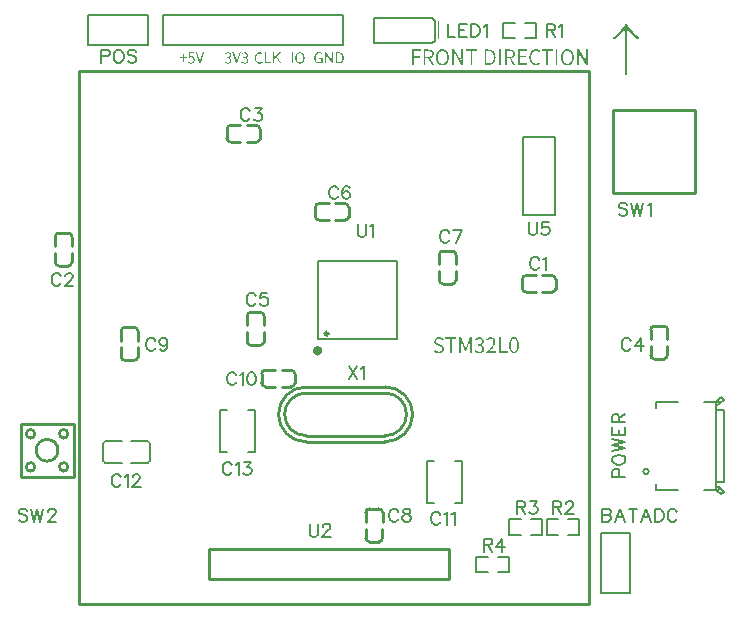
<source format=gto>
G04 Layer: TopSilkscreenLayer*
G04 EasyEDA v6.5.28, 2023-05-12 23:13:51*
G04 2c4de912aade46c3ae8d467baab15760,9779bb66b829476cac46641fb3e7303a,10*
G04 Gerber Generator version 0.2*
G04 Scale: 100 percent, Rotated: No, Reflected: No *
G04 Dimensions in inches *
G04 leading zeros omitted , absolute positions ,3 integer and 6 decimal *
%FSLAX36Y36*%
%MOIN*%

%ADD10C,0.0060*%
%ADD11C,0.0100*%
%ADD12C,0.0079*%
%ADD13C,0.0080*%
%ADD14C,0.0102*%
%ADD15C,0.0079*%
%ADD16C,0.0080*%
%ADD17C,0.0059*%
%ADD18C,0.0157*%
%ADD19C,0.0155*%

%LPD*%
G36*
X2345000Y2725700D02*
G01*
X2342560Y2721960D01*
X2339940Y2718180D01*
X2337160Y2714380D01*
X2334240Y2710580D01*
X2329620Y2704880D01*
X2326380Y2701139D01*
X2321320Y2695640D01*
X2317820Y2692060D01*
X2314260Y2688600D01*
X2310620Y2685240D01*
X2306920Y2682040D01*
X2303180Y2678980D01*
X2299400Y2676100D01*
X2304700Y2669500D01*
X2308700Y2672540D01*
X2312660Y2675779D01*
X2316600Y2679220D01*
X2320480Y2682820D01*
X2324260Y2686520D01*
X2327900Y2690280D01*
X2331420Y2694100D01*
X2334760Y2697919D01*
X2337880Y2701700D01*
X2340800Y2705400D01*
X2340800Y2549800D01*
X2349200Y2549800D01*
X2349200Y2705400D01*
X2352100Y2701700D01*
X2355220Y2697940D01*
X2358540Y2694140D01*
X2362040Y2690340D01*
X2365680Y2686580D01*
X2369440Y2682900D01*
X2373300Y2679320D01*
X2377260Y2675860D01*
X2381260Y2672580D01*
X2385300Y2669500D01*
X2390600Y2676100D01*
X2386820Y2678980D01*
X2383080Y2682040D01*
X2379380Y2685240D01*
X2375740Y2688600D01*
X2372180Y2692060D01*
X2368680Y2695640D01*
X2363620Y2701139D01*
X2360380Y2704880D01*
X2355760Y2710580D01*
X2352840Y2714380D01*
X2350060Y2718180D01*
X2347440Y2721960D01*
G37*
G36*
X888000Y2626600D02*
G01*
X886800Y2609600D01*
X889000Y2608200D01*
X890500Y2609140D01*
X891940Y2609820D01*
X893480Y2610260D01*
X895200Y2610400D01*
X898460Y2609820D01*
X900960Y2608120D01*
X902540Y2605419D01*
X903100Y2601800D01*
X902460Y2598039D01*
X900720Y2595200D01*
X898160Y2593420D01*
X895100Y2592799D01*
X892099Y2593140D01*
X889640Y2594020D01*
X887600Y2595340D01*
X885900Y2596900D01*
X883900Y2594200D01*
X885900Y2592420D01*
X888420Y2590860D01*
X891540Y2589720D01*
X895400Y2589300D01*
X897620Y2589520D01*
X899780Y2590140D01*
X901780Y2591180D01*
X903560Y2592580D01*
X905040Y2594380D01*
X906200Y2596520D01*
X906940Y2599000D01*
X907200Y2601800D01*
X906979Y2604640D01*
X906340Y2607060D01*
X905340Y2609100D01*
X904000Y2610740D01*
X902380Y2612000D01*
X900540Y2612900D01*
X898500Y2613420D01*
X896300Y2613600D01*
X894620Y2613500D01*
X893160Y2613180D01*
X891820Y2612679D01*
X890600Y2612000D01*
X891500Y2623100D01*
X905500Y2623100D01*
X905500Y2626600D01*
G37*
G36*
X910000Y2626600D02*
G01*
X921800Y2590000D01*
X926500Y2590000D01*
X938199Y2626600D01*
X934000Y2626600D01*
X925280Y2597380D01*
X924300Y2594300D01*
X924100Y2594300D01*
X920500Y2606400D01*
X914300Y2626600D01*
G37*
G36*
X867000Y2620899D02*
G01*
X867000Y2609900D01*
X856900Y2609900D01*
X856900Y2606800D01*
X867000Y2606800D01*
X867000Y2595899D01*
X870400Y2595899D01*
X870400Y2606800D01*
X880600Y2606800D01*
X880600Y2609900D01*
X870400Y2609900D01*
X870400Y2620899D01*
G37*
G36*
X1018000Y2627200D02*
G01*
X1015020Y2626880D01*
X1012380Y2626000D01*
X1009980Y2624660D01*
X1007800Y2623000D01*
X1010100Y2620299D01*
X1011760Y2621740D01*
X1013620Y2622880D01*
X1015620Y2623639D01*
X1017800Y2623900D01*
X1020480Y2623460D01*
X1022500Y2622260D01*
X1023760Y2620360D01*
X1024200Y2617900D01*
X1024060Y2616420D01*
X1023660Y2615040D01*
X1022940Y2613820D01*
X1021900Y2612760D01*
X1020500Y2611900D01*
X1018720Y2611240D01*
X1016520Y2610840D01*
X1013900Y2610700D01*
X1013900Y2607400D01*
X1016840Y2607260D01*
X1019300Y2606860D01*
X1021300Y2606220D01*
X1022880Y2605340D01*
X1024080Y2604260D01*
X1024880Y2602980D01*
X1025360Y2601520D01*
X1025500Y2599900D01*
X1024920Y2596940D01*
X1023340Y2594700D01*
X1020900Y2593300D01*
X1017800Y2592799D01*
X1014840Y2593140D01*
X1012380Y2594080D01*
X1010320Y2595419D01*
X1008600Y2597000D01*
X1006500Y2594300D01*
X1008520Y2592460D01*
X1011060Y2590860D01*
X1014220Y2589720D01*
X1018100Y2589300D01*
X1020440Y2589480D01*
X1022600Y2590020D01*
X1024560Y2590880D01*
X1026260Y2592060D01*
X1027640Y2593560D01*
X1028700Y2595340D01*
X1029360Y2597380D01*
X1029599Y2599700D01*
X1028980Y2603180D01*
X1027320Y2605940D01*
X1024840Y2607919D01*
X1021800Y2609100D01*
X1021800Y2609300D01*
X1024479Y2610640D01*
X1026560Y2612559D01*
X1027920Y2615059D01*
X1028400Y2618200D01*
X1028199Y2620220D01*
X1027620Y2622020D01*
X1026700Y2623560D01*
X1025460Y2624840D01*
X1023920Y2625860D01*
X1022159Y2626600D01*
X1020160Y2627040D01*
G37*
G36*
X1073800Y2627200D02*
G01*
X1070780Y2626880D01*
X1068140Y2626000D01*
X1065780Y2624660D01*
X1063600Y2623000D01*
X1065900Y2620299D01*
X1067560Y2621740D01*
X1069420Y2622880D01*
X1071420Y2623639D01*
X1073600Y2623900D01*
X1076280Y2623460D01*
X1078300Y2622260D01*
X1079560Y2620360D01*
X1080000Y2617900D01*
X1079860Y2616420D01*
X1079460Y2615040D01*
X1078740Y2613820D01*
X1077700Y2612760D01*
X1076300Y2611900D01*
X1074520Y2611240D01*
X1072320Y2610840D01*
X1069700Y2610700D01*
X1069700Y2607400D01*
X1072640Y2607260D01*
X1075100Y2606860D01*
X1077100Y2606220D01*
X1078680Y2605340D01*
X1079880Y2604260D01*
X1080680Y2602980D01*
X1081160Y2601520D01*
X1081300Y2599900D01*
X1080720Y2596940D01*
X1079140Y2594700D01*
X1076700Y2593300D01*
X1073600Y2592799D01*
X1070640Y2593140D01*
X1068180Y2594080D01*
X1066120Y2595419D01*
X1064400Y2597000D01*
X1062300Y2594300D01*
X1064320Y2592460D01*
X1066860Y2590860D01*
X1070020Y2589720D01*
X1073900Y2589300D01*
X1076240Y2589480D01*
X1078400Y2590020D01*
X1080360Y2590880D01*
X1082040Y2592060D01*
X1083440Y2593560D01*
X1084500Y2595340D01*
X1085160Y2597380D01*
X1085400Y2599700D01*
X1084780Y2603180D01*
X1083120Y2605940D01*
X1080640Y2607919D01*
X1077600Y2609100D01*
X1077600Y2609300D01*
X1080260Y2610640D01*
X1082320Y2612559D01*
X1083640Y2615059D01*
X1084100Y2618200D01*
X1083900Y2620220D01*
X1083340Y2622020D01*
X1082420Y2623560D01*
X1081200Y2624840D01*
X1079700Y2625860D01*
X1077940Y2626600D01*
X1075960Y2627040D01*
G37*
G36*
X1032600Y2626600D02*
G01*
X1044300Y2590000D01*
X1049000Y2590000D01*
X1060700Y2626600D01*
X1056500Y2626600D01*
X1047780Y2597380D01*
X1046800Y2594300D01*
X1046600Y2594300D01*
X1044780Y2600320D01*
X1043100Y2606400D01*
X1036900Y2626600D01*
G37*
G36*
X1124000Y2627200D02*
G01*
X1121760Y2627060D01*
X1119620Y2626620D01*
X1117620Y2625899D01*
X1115760Y2624920D01*
X1114060Y2623680D01*
X1112560Y2622180D01*
X1111220Y2620419D01*
X1110100Y2618440D01*
X1109200Y2616240D01*
X1108540Y2613800D01*
X1108140Y2611160D01*
X1108000Y2608300D01*
X1108140Y2605419D01*
X1108540Y2602760D01*
X1109180Y2600320D01*
X1110080Y2598080D01*
X1111180Y2596100D01*
X1112480Y2594340D01*
X1113960Y2592840D01*
X1115620Y2591580D01*
X1117440Y2590600D01*
X1119420Y2589880D01*
X1121500Y2589440D01*
X1123700Y2589300D01*
X1127060Y2589640D01*
X1130000Y2590680D01*
X1132560Y2592340D01*
X1134800Y2594600D01*
X1132600Y2597200D01*
X1130720Y2595400D01*
X1128660Y2594080D01*
X1126400Y2593279D01*
X1123900Y2593000D01*
X1121340Y2593279D01*
X1119040Y2594080D01*
X1117040Y2595360D01*
X1115340Y2597140D01*
X1114000Y2599360D01*
X1113020Y2601980D01*
X1112400Y2605020D01*
X1112200Y2608399D01*
X1112420Y2611760D01*
X1113040Y2614740D01*
X1114060Y2617340D01*
X1115440Y2619520D01*
X1117140Y2621259D01*
X1119160Y2622540D01*
X1121460Y2623340D01*
X1124000Y2623600D01*
X1126320Y2623340D01*
X1128360Y2622640D01*
X1130120Y2621540D01*
X1131600Y2620100D01*
X1134000Y2622799D01*
X1132180Y2624460D01*
X1129900Y2625860D01*
X1127160Y2626840D01*
G37*
G36*
X1141800Y2626600D02*
G01*
X1141800Y2590000D01*
X1162200Y2590000D01*
X1162200Y2593500D01*
X1146000Y2593500D01*
X1146000Y2626600D01*
G37*
G36*
X1168600Y2626600D02*
G01*
X1168600Y2590000D01*
X1172800Y2590000D01*
X1172800Y2601800D01*
X1179300Y2609500D01*
X1190600Y2590000D01*
X1195200Y2590000D01*
X1182000Y2612799D01*
X1193500Y2626600D01*
X1188700Y2626600D01*
X1172900Y2607799D01*
X1172800Y2607799D01*
X1172800Y2626600D01*
G37*
G36*
X1257800Y2627200D02*
G01*
X1255580Y2627060D01*
X1253500Y2626620D01*
X1251540Y2625899D01*
X1249740Y2624920D01*
X1248100Y2623680D01*
X1246640Y2622180D01*
X1245360Y2620440D01*
X1244300Y2618480D01*
X1243440Y2616280D01*
X1242820Y2613860D01*
X1242440Y2611220D01*
X1242300Y2608399D01*
X1246600Y2608399D01*
X1246800Y2611760D01*
X1247400Y2614740D01*
X1248360Y2617340D01*
X1249660Y2619520D01*
X1251260Y2621259D01*
X1253180Y2622540D01*
X1255360Y2623340D01*
X1257800Y2623600D01*
X1260240Y2623340D01*
X1262420Y2622540D01*
X1264340Y2621259D01*
X1265960Y2619520D01*
X1267240Y2617340D01*
X1268200Y2614740D01*
X1268800Y2611760D01*
X1269000Y2608399D01*
X1268800Y2605059D01*
X1268200Y2602080D01*
X1267240Y2599440D01*
X1265960Y2597220D01*
X1264340Y2595419D01*
X1262420Y2594100D01*
X1260240Y2593279D01*
X1257800Y2593000D01*
X1255360Y2593279D01*
X1253180Y2594100D01*
X1251260Y2595419D01*
X1249660Y2597220D01*
X1248360Y2599440D01*
X1247400Y2602080D01*
X1246800Y2605059D01*
X1246600Y2608399D01*
X1242300Y2608399D01*
X1242440Y2605580D01*
X1242820Y2602960D01*
X1243440Y2600520D01*
X1244300Y2598300D01*
X1245360Y2596280D01*
X1246640Y2594500D01*
X1248100Y2592960D01*
X1249740Y2591680D01*
X1251540Y2590659D01*
X1253500Y2589900D01*
X1255580Y2589460D01*
X1257800Y2589300D01*
X1260020Y2589460D01*
X1262100Y2589900D01*
X1264060Y2590659D01*
X1265860Y2591680D01*
X1267500Y2592960D01*
X1268960Y2594500D01*
X1270240Y2596280D01*
X1271300Y2598300D01*
X1272160Y2600520D01*
X1272780Y2602960D01*
X1273160Y2605580D01*
X1273300Y2608399D01*
X1273160Y2611220D01*
X1272780Y2613860D01*
X1272160Y2616280D01*
X1271300Y2618480D01*
X1270240Y2620440D01*
X1268960Y2622180D01*
X1267500Y2623680D01*
X1265860Y2624920D01*
X1264060Y2625899D01*
X1262100Y2626620D01*
X1260020Y2627060D01*
G37*
G36*
X1230100Y2626600D02*
G01*
X1230100Y2590000D01*
X1234300Y2590000D01*
X1234300Y2626600D01*
G37*
G36*
X1322060Y2627660D02*
G01*
X1319720Y2627500D01*
X1317500Y2627080D01*
X1315440Y2626360D01*
X1313520Y2625380D01*
X1311780Y2624140D01*
X1310200Y2622640D01*
X1308839Y2620880D01*
X1307700Y2618900D01*
X1306780Y2616680D01*
X1306120Y2614260D01*
X1305700Y2611600D01*
X1305560Y2608759D01*
X1305700Y2605880D01*
X1306100Y2603220D01*
X1306759Y2600760D01*
X1307660Y2598540D01*
X1308779Y2596540D01*
X1310100Y2594800D01*
X1311639Y2593279D01*
X1313360Y2592040D01*
X1315260Y2591060D01*
X1317320Y2590340D01*
X1319520Y2589900D01*
X1321860Y2589760D01*
X1325300Y2590080D01*
X1328360Y2590960D01*
X1330980Y2592320D01*
X1333060Y2594060D01*
X1333060Y2609160D01*
X1321160Y2609160D01*
X1321160Y2605760D01*
X1329160Y2605760D01*
X1329160Y2595760D01*
X1327820Y2594800D01*
X1326160Y2594080D01*
X1324259Y2593620D01*
X1322260Y2593460D01*
X1319420Y2593720D01*
X1316940Y2594520D01*
X1314780Y2595820D01*
X1313020Y2597600D01*
X1311600Y2599800D01*
X1310580Y2602440D01*
X1309960Y2605460D01*
X1309760Y2608860D01*
X1309980Y2612200D01*
X1310640Y2615200D01*
X1311680Y2617799D01*
X1313120Y2619980D01*
X1314920Y2621720D01*
X1317060Y2623000D01*
X1319520Y2623780D01*
X1322260Y2624060D01*
X1324860Y2623780D01*
X1327000Y2623020D01*
X1328779Y2621900D01*
X1330260Y2620560D01*
X1332560Y2623260D01*
X1330760Y2624820D01*
X1328440Y2626240D01*
X1325560Y2627260D01*
G37*
G36*
X1341860Y2627060D02*
G01*
X1341860Y2590460D01*
X1345760Y2590460D01*
X1345760Y2610560D01*
X1345580Y2616180D01*
X1345260Y2621660D01*
X1345560Y2621660D01*
X1349460Y2614160D01*
X1363260Y2590460D01*
X1367560Y2590460D01*
X1367560Y2627060D01*
X1363660Y2627060D01*
X1363660Y2607260D01*
X1363839Y2601520D01*
X1364160Y2595860D01*
X1363959Y2595860D01*
X1359960Y2603360D01*
X1346160Y2627060D01*
G37*
G36*
X1377760Y2627060D02*
G01*
X1377760Y2623660D01*
X1386459Y2623660D01*
X1388580Y2623540D01*
X1390520Y2623220D01*
X1392260Y2622660D01*
X1393820Y2621900D01*
X1395180Y2620940D01*
X1396339Y2619780D01*
X1397340Y2618420D01*
X1398140Y2616880D01*
X1398760Y2615140D01*
X1399199Y2613220D01*
X1399480Y2611120D01*
X1399560Y2608860D01*
X1399480Y2606600D01*
X1399199Y2604520D01*
X1398760Y2602580D01*
X1398140Y2600840D01*
X1397340Y2599260D01*
X1396339Y2597860D01*
X1395180Y2596680D01*
X1393820Y2595680D01*
X1392260Y2594900D01*
X1390520Y2594320D01*
X1388580Y2593980D01*
X1386459Y2593860D01*
X1381960Y2593860D01*
X1381960Y2623660D01*
X1377760Y2623660D01*
X1377760Y2590460D01*
X1386960Y2590460D01*
X1389620Y2590600D01*
X1392060Y2591019D01*
X1394280Y2591720D01*
X1396279Y2592700D01*
X1398040Y2593920D01*
X1399580Y2595380D01*
X1400880Y2597080D01*
X1401940Y2599020D01*
X1402780Y2601180D01*
X1403380Y2603540D01*
X1403740Y2606100D01*
X1403860Y2608860D01*
X1403740Y2611620D01*
X1403380Y2614200D01*
X1402780Y2616560D01*
X1401940Y2618680D01*
X1400860Y2620600D01*
X1399540Y2622260D01*
X1398000Y2623700D01*
X1396220Y2624900D01*
X1394199Y2625820D01*
X1391960Y2626500D01*
X1389480Y2626920D01*
X1386759Y2627060D01*
G37*
G36*
X1732900Y2637200D02*
G01*
X1730560Y2637080D01*
X1728320Y2636740D01*
X1726180Y2636160D01*
X1724160Y2635360D01*
X1722240Y2634360D01*
X1720460Y2633140D01*
X1718800Y2631720D01*
X1717280Y2630120D01*
X1715920Y2628300D01*
X1714720Y2626320D01*
X1713680Y2624140D01*
X1712800Y2621800D01*
X1712120Y2619280D01*
X1711620Y2616620D01*
X1711300Y2613780D01*
X1711200Y2610800D01*
X1717200Y2610800D01*
X1717320Y2613960D01*
X1717700Y2616920D01*
X1718320Y2619640D01*
X1719160Y2622120D01*
X1720220Y2624340D01*
X1721480Y2626320D01*
X1722960Y2628000D01*
X1724600Y2629420D01*
X1726440Y2630520D01*
X1728440Y2631340D01*
X1730600Y2631840D01*
X1732900Y2632000D01*
X1735200Y2631840D01*
X1737360Y2631340D01*
X1739360Y2630520D01*
X1741200Y2629420D01*
X1742840Y2628000D01*
X1744319Y2626320D01*
X1745580Y2624340D01*
X1746639Y2622120D01*
X1747480Y2619640D01*
X1748100Y2616920D01*
X1748480Y2613960D01*
X1748600Y2610800D01*
X1748480Y2607620D01*
X1748100Y2604660D01*
X1747480Y2601900D01*
X1746639Y2599380D01*
X1745580Y2597100D01*
X1744319Y2595080D01*
X1742840Y2593340D01*
X1741200Y2591880D01*
X1739360Y2590740D01*
X1737360Y2589900D01*
X1735200Y2589380D01*
X1732900Y2589200D01*
X1730600Y2589380D01*
X1728440Y2589900D01*
X1726440Y2590740D01*
X1724600Y2591880D01*
X1722960Y2593340D01*
X1721480Y2595080D01*
X1720220Y2597100D01*
X1719160Y2599380D01*
X1718320Y2601900D01*
X1717700Y2604660D01*
X1717320Y2607620D01*
X1717200Y2610800D01*
X1711200Y2610800D01*
X1711300Y2607820D01*
X1711620Y2604980D01*
X1712120Y2602280D01*
X1712800Y2599760D01*
X1713680Y2597380D01*
X1714720Y2595179D01*
X1715920Y2593180D01*
X1717280Y2591340D01*
X1718800Y2589700D01*
X1720460Y2588260D01*
X1722240Y2587000D01*
X1724160Y2585980D01*
X1726180Y2585160D01*
X1728320Y2584580D01*
X1730560Y2584220D01*
X1732900Y2584100D01*
X1735240Y2584220D01*
X1737480Y2584580D01*
X1739620Y2585160D01*
X1741639Y2585980D01*
X1743560Y2587000D01*
X1745340Y2588260D01*
X1747000Y2589700D01*
X1748520Y2591340D01*
X1749880Y2593180D01*
X1751080Y2595179D01*
X1752120Y2597380D01*
X1753000Y2599760D01*
X1753680Y2602280D01*
X1754180Y2604980D01*
X1754500Y2607820D01*
X1754600Y2610800D01*
X1754500Y2613780D01*
X1754180Y2616620D01*
X1753680Y2619280D01*
X1753000Y2621800D01*
X1752120Y2624140D01*
X1751080Y2626320D01*
X1749880Y2628300D01*
X1748520Y2630120D01*
X1747000Y2631720D01*
X1745340Y2633140D01*
X1743560Y2634360D01*
X1741639Y2635360D01*
X1739620Y2636160D01*
X1737480Y2636740D01*
X1735240Y2637080D01*
G37*
G36*
X2045400Y2637200D02*
G01*
X2043020Y2637080D01*
X2040720Y2636740D01*
X2038540Y2636160D01*
X2036440Y2635360D01*
X2034460Y2634360D01*
X2032620Y2633140D01*
X2030900Y2631720D01*
X2029319Y2630080D01*
X2027880Y2628279D01*
X2026620Y2626259D01*
X2025520Y2624080D01*
X2024600Y2621720D01*
X2023880Y2619180D01*
X2023340Y2616480D01*
X2023020Y2613620D01*
X2022900Y2610600D01*
X2023000Y2607559D01*
X2023320Y2604700D01*
X2023860Y2602000D01*
X2024560Y2599460D01*
X2025460Y2597100D01*
X2026540Y2594920D01*
X2027780Y2592919D01*
X2029180Y2591120D01*
X2030740Y2589520D01*
X2032420Y2588100D01*
X2034240Y2586900D01*
X2036180Y2585899D01*
X2038240Y2585120D01*
X2040400Y2584560D01*
X2042660Y2584220D01*
X2045000Y2584100D01*
X2047400Y2584220D01*
X2049660Y2584600D01*
X2051780Y2585200D01*
X2053779Y2586019D01*
X2055640Y2587060D01*
X2057400Y2588320D01*
X2059060Y2589760D01*
X2060600Y2591400D01*
X2057400Y2595100D01*
X2054760Y2592580D01*
X2051920Y2590720D01*
X2048779Y2589580D01*
X2045300Y2589200D01*
X2042860Y2589380D01*
X2040580Y2589880D01*
X2038480Y2590700D01*
X2036560Y2591840D01*
X2034840Y2593279D01*
X2033320Y2595020D01*
X2032000Y2597020D01*
X2030900Y2599280D01*
X2030040Y2601820D01*
X2029420Y2604580D01*
X2029019Y2607580D01*
X2028899Y2610800D01*
X2029040Y2613960D01*
X2029440Y2616920D01*
X2030080Y2619640D01*
X2030980Y2622120D01*
X2032100Y2624340D01*
X2033460Y2626320D01*
X2035000Y2628000D01*
X2036759Y2629420D01*
X2038680Y2630520D01*
X2040800Y2631340D01*
X2043080Y2631840D01*
X2045500Y2632000D01*
X2048680Y2631660D01*
X2051519Y2630680D01*
X2053980Y2629140D01*
X2056100Y2627100D01*
X2059300Y2630899D01*
X2058120Y2632080D01*
X2056780Y2633240D01*
X2055260Y2634300D01*
X2053580Y2635260D01*
X2051759Y2636060D01*
X2049780Y2636660D01*
X2047660Y2637060D01*
G37*
G36*
X2149200Y2637200D02*
G01*
X2146880Y2637080D01*
X2144660Y2636740D01*
X2142520Y2636160D01*
X2140500Y2635360D01*
X2138600Y2634360D01*
X2136820Y2633140D01*
X2135180Y2631720D01*
X2133680Y2630120D01*
X2132320Y2628300D01*
X2131120Y2626320D01*
X2130080Y2624140D01*
X2129200Y2621800D01*
X2128520Y2619280D01*
X2128020Y2616620D01*
X2127700Y2613780D01*
X2127600Y2610800D01*
X2133500Y2610800D01*
X2133620Y2613960D01*
X2134020Y2616920D01*
X2134640Y2619640D01*
X2135480Y2622120D01*
X2136540Y2624340D01*
X2137820Y2626320D01*
X2139300Y2628000D01*
X2140960Y2629420D01*
X2142780Y2630520D01*
X2144780Y2631340D01*
X2146920Y2631840D01*
X2149200Y2632000D01*
X2151520Y2631840D01*
X2153700Y2631340D01*
X2155720Y2630520D01*
X2157560Y2629420D01*
X2159220Y2628000D01*
X2160700Y2626320D01*
X2161980Y2624340D01*
X2163040Y2622120D01*
X2163880Y2619640D01*
X2164500Y2616920D01*
X2164880Y2613960D01*
X2165000Y2610800D01*
X2164880Y2607620D01*
X2164500Y2604660D01*
X2163880Y2601900D01*
X2163040Y2599380D01*
X2161980Y2597100D01*
X2160700Y2595080D01*
X2159220Y2593340D01*
X2157560Y2591880D01*
X2155720Y2590740D01*
X2153700Y2589900D01*
X2151520Y2589380D01*
X2149200Y2589200D01*
X2146920Y2589380D01*
X2144780Y2589900D01*
X2142780Y2590740D01*
X2140960Y2591880D01*
X2139300Y2593340D01*
X2137820Y2595080D01*
X2136540Y2597100D01*
X2135480Y2599380D01*
X2134640Y2601900D01*
X2134020Y2604660D01*
X2133620Y2607620D01*
X2133500Y2610800D01*
X2127600Y2610800D01*
X2127700Y2607820D01*
X2128020Y2604980D01*
X2128520Y2602280D01*
X2129200Y2599760D01*
X2130080Y2597380D01*
X2131120Y2595179D01*
X2132320Y2593180D01*
X2133680Y2591340D01*
X2135180Y2589700D01*
X2136820Y2588260D01*
X2138600Y2587000D01*
X2140500Y2585980D01*
X2142520Y2585160D01*
X2144660Y2584580D01*
X2146880Y2584220D01*
X2149200Y2584100D01*
X2151560Y2584220D01*
X2153800Y2584580D01*
X2155960Y2585160D01*
X2158000Y2585980D01*
X2159900Y2587000D01*
X2161700Y2588260D01*
X2163340Y2589700D01*
X2164840Y2591340D01*
X2166200Y2593180D01*
X2167400Y2595179D01*
X2168440Y2597380D01*
X2169300Y2599760D01*
X2170000Y2602280D01*
X2170500Y2604980D01*
X2170800Y2607820D01*
X2170900Y2610800D01*
X2170800Y2613780D01*
X2170500Y2616620D01*
X2170000Y2619280D01*
X2169300Y2621800D01*
X2168440Y2624140D01*
X2167400Y2626320D01*
X2166200Y2628300D01*
X2164840Y2630120D01*
X2163340Y2631720D01*
X2161700Y2633140D01*
X2159900Y2634360D01*
X2158000Y2635360D01*
X2155960Y2636160D01*
X2153800Y2636740D01*
X2151560Y2637080D01*
G37*
G36*
X1632100Y2636200D02*
G01*
X1632100Y2585000D01*
X1638000Y2585000D01*
X1638000Y2608399D01*
X1657700Y2608399D01*
X1657700Y2613300D01*
X1638000Y2613300D01*
X1638000Y2631300D01*
X1661300Y2631300D01*
X1661300Y2636200D01*
G37*
G36*
X1670400Y2636200D02*
G01*
X1670400Y2631600D01*
X1685100Y2631600D01*
X1688040Y2631480D01*
X1690600Y2631080D01*
X1692800Y2630400D01*
X1694620Y2629420D01*
X1696040Y2628120D01*
X1697060Y2626460D01*
X1697700Y2624420D01*
X1697900Y2622000D01*
X1697700Y2619620D01*
X1697060Y2617559D01*
X1696040Y2615820D01*
X1694620Y2614400D01*
X1692800Y2613300D01*
X1690600Y2612520D01*
X1688040Y2612060D01*
X1685100Y2611900D01*
X1676200Y2611900D01*
X1676200Y2631600D01*
X1670400Y2631600D01*
X1670400Y2585000D01*
X1676200Y2585000D01*
X1676200Y2607100D01*
X1685800Y2607100D01*
X1698600Y2585000D01*
X1705100Y2585000D01*
X1691900Y2607700D01*
X1694480Y2608440D01*
X1696800Y2609480D01*
X1698820Y2610820D01*
X1700540Y2612460D01*
X1701940Y2614380D01*
X1702960Y2616620D01*
X1703580Y2619160D01*
X1703800Y2622000D01*
X1703660Y2624480D01*
X1703220Y2626700D01*
X1702500Y2628639D01*
X1701519Y2630340D01*
X1700300Y2631800D01*
X1698839Y2633039D01*
X1697160Y2634040D01*
X1695280Y2634860D01*
X1693220Y2635460D01*
X1690960Y2635880D01*
X1688560Y2636120D01*
X1686000Y2636200D01*
G37*
G36*
X1765800Y2636200D02*
G01*
X1765800Y2585000D01*
X1771300Y2585000D01*
X1771279Y2615080D01*
X1770960Y2622919D01*
X1770600Y2628700D01*
X1771000Y2628700D01*
X1776500Y2618200D01*
X1795800Y2585000D01*
X1801800Y2585000D01*
X1801800Y2636200D01*
X1796300Y2636200D01*
X1796320Y2606540D01*
X1796440Y2602520D01*
X1797100Y2592600D01*
X1796699Y2592600D01*
X1791200Y2603100D01*
X1771800Y2636200D01*
G37*
G36*
X1811200Y2636200D02*
G01*
X1811200Y2631300D01*
X1826800Y2631300D01*
X1826800Y2585000D01*
X1832700Y2585000D01*
X1832700Y2631300D01*
X1848400Y2631300D01*
X1848400Y2636200D01*
G37*
G36*
X1873300Y2636200D02*
G01*
X1873300Y2631500D01*
X1885400Y2631500D01*
X1887660Y2631420D01*
X1889780Y2631139D01*
X1891740Y2630720D01*
X1893560Y2630100D01*
X1895220Y2629340D01*
X1896740Y2628399D01*
X1898120Y2627320D01*
X1899340Y2626060D01*
X1900420Y2624660D01*
X1901339Y2623100D01*
X1902120Y2621400D01*
X1902760Y2619560D01*
X1903260Y2617580D01*
X1903620Y2615460D01*
X1903820Y2613200D01*
X1903899Y2610800D01*
X1903820Y2608399D01*
X1903620Y2606139D01*
X1903260Y2604000D01*
X1902760Y2602000D01*
X1902120Y2600120D01*
X1901339Y2598399D01*
X1900420Y2596820D01*
X1899340Y2595380D01*
X1898120Y2594120D01*
X1896740Y2593000D01*
X1895220Y2592040D01*
X1893560Y2591240D01*
X1891740Y2590620D01*
X1889780Y2590160D01*
X1887660Y2589900D01*
X1885400Y2589800D01*
X1879100Y2589800D01*
X1879100Y2631500D01*
X1873300Y2631500D01*
X1873300Y2585000D01*
X1886100Y2585000D01*
X1888920Y2585120D01*
X1891560Y2585440D01*
X1894040Y2586000D01*
X1896339Y2586760D01*
X1898460Y2587740D01*
X1900420Y2588920D01*
X1902180Y2590299D01*
X1903760Y2591860D01*
X1905160Y2593620D01*
X1906380Y2595560D01*
X1907420Y2597679D01*
X1908280Y2599980D01*
X1908940Y2602440D01*
X1909420Y2605059D01*
X1909700Y2607860D01*
X1909800Y2610800D01*
X1909700Y2613740D01*
X1909420Y2616520D01*
X1908940Y2619120D01*
X1908280Y2621560D01*
X1907420Y2623820D01*
X1906380Y2625920D01*
X1905160Y2627820D01*
X1903740Y2629540D01*
X1902140Y2631060D01*
X1900360Y2632400D01*
X1898400Y2633560D01*
X1896260Y2634500D01*
X1893940Y2635240D01*
X1891440Y2635760D01*
X1888760Y2636100D01*
X1885900Y2636200D01*
G37*
G36*
X1921100Y2636200D02*
G01*
X1921100Y2585000D01*
X1926900Y2585000D01*
X1926900Y2636200D01*
G37*
G36*
X1941200Y2636200D02*
G01*
X1941200Y2631600D01*
X1956000Y2631600D01*
X1958899Y2631480D01*
X1961459Y2631080D01*
X1963660Y2630400D01*
X1965480Y2629420D01*
X1966920Y2628120D01*
X1967960Y2626460D01*
X1968580Y2624420D01*
X1968800Y2622000D01*
X1968580Y2619620D01*
X1967960Y2617559D01*
X1966920Y2615820D01*
X1965480Y2614400D01*
X1963660Y2613300D01*
X1961459Y2612520D01*
X1958899Y2612060D01*
X1956000Y2611900D01*
X1947000Y2611900D01*
X1947000Y2631600D01*
X1941200Y2631600D01*
X1941200Y2585000D01*
X1947000Y2585000D01*
X1947000Y2607100D01*
X1956600Y2607100D01*
X1969400Y2585000D01*
X1975900Y2585000D01*
X1962700Y2607700D01*
X1965280Y2608440D01*
X1967600Y2609480D01*
X1969620Y2610820D01*
X1971360Y2612460D01*
X1972740Y2614380D01*
X1973760Y2616620D01*
X1974379Y2619160D01*
X1974600Y2622000D01*
X1974460Y2624480D01*
X1974019Y2626700D01*
X1973300Y2628639D01*
X1972320Y2630340D01*
X1971100Y2631800D01*
X1969660Y2633039D01*
X1967980Y2634040D01*
X1966120Y2634860D01*
X1964060Y2635460D01*
X1961819Y2635880D01*
X1959440Y2636120D01*
X1956900Y2636200D01*
G37*
G36*
X1985100Y2636200D02*
G01*
X1985100Y2585000D01*
X2015000Y2585000D01*
X2015000Y2589900D01*
X1990900Y2589900D01*
X1990900Y2609600D01*
X2010600Y2609600D01*
X2010600Y2614500D01*
X1990900Y2614500D01*
X1990900Y2631300D01*
X2014300Y2631300D01*
X2014300Y2636200D01*
G37*
G36*
X2064000Y2636200D02*
G01*
X2064000Y2631300D01*
X2079600Y2631300D01*
X2079600Y2585000D01*
X2085500Y2585000D01*
X2085500Y2631300D01*
X2101200Y2631300D01*
X2101200Y2636200D01*
G37*
G36*
X2110500Y2636200D02*
G01*
X2110500Y2585000D01*
X2116300Y2585000D01*
X2116300Y2636200D01*
G37*
G36*
X2182200Y2636200D02*
G01*
X2182200Y2585000D01*
X2187700Y2585000D01*
X2187680Y2615080D01*
X2187540Y2619020D01*
X2187000Y2628700D01*
X2187300Y2628700D01*
X2192900Y2618200D01*
X2212200Y2585000D01*
X2218200Y2585000D01*
X2218200Y2636200D01*
X2212600Y2636200D01*
X2212620Y2606540D01*
X2213400Y2592600D01*
X2213100Y2592600D01*
X2207500Y2603100D01*
X2188100Y2636200D01*
G37*
G36*
X1721699Y1677200D02*
G01*
X1719480Y1677080D01*
X1717360Y1676740D01*
X1715400Y1676200D01*
X1713560Y1675460D01*
X1711879Y1674520D01*
X1710380Y1673420D01*
X1709079Y1672160D01*
X1707980Y1670740D01*
X1707080Y1669180D01*
X1706440Y1667500D01*
X1706040Y1665700D01*
X1705900Y1663800D01*
X1706140Y1661180D01*
X1706860Y1658880D01*
X1707920Y1656920D01*
X1709300Y1655240D01*
X1710900Y1653820D01*
X1712640Y1652620D01*
X1714480Y1651620D01*
X1723700Y1647500D01*
X1727140Y1645880D01*
X1728640Y1645000D01*
X1729940Y1644019D01*
X1731000Y1642880D01*
X1731819Y1641540D01*
X1732320Y1639920D01*
X1732500Y1638000D01*
X1732300Y1636120D01*
X1731720Y1634440D01*
X1730780Y1632940D01*
X1729480Y1631639D01*
X1727860Y1630620D01*
X1725920Y1629840D01*
X1723700Y1629360D01*
X1721200Y1629199D01*
X1719160Y1629319D01*
X1717160Y1629660D01*
X1715240Y1630200D01*
X1713380Y1630960D01*
X1711600Y1631879D01*
X1709920Y1633000D01*
X1708360Y1634280D01*
X1706900Y1635700D01*
X1703400Y1631699D01*
X1705120Y1630020D01*
X1707000Y1628520D01*
X1709040Y1627220D01*
X1711200Y1626140D01*
X1713500Y1625260D01*
X1715920Y1624620D01*
X1718460Y1624240D01*
X1721100Y1624100D01*
X1723660Y1624220D01*
X1726060Y1624600D01*
X1728280Y1625200D01*
X1730300Y1626020D01*
X1732120Y1627040D01*
X1733720Y1628240D01*
X1735120Y1629620D01*
X1736279Y1631140D01*
X1737180Y1632800D01*
X1737860Y1634560D01*
X1738260Y1636440D01*
X1738400Y1638400D01*
X1738180Y1641100D01*
X1737560Y1643440D01*
X1736579Y1645460D01*
X1735260Y1647220D01*
X1733680Y1648720D01*
X1731860Y1650020D01*
X1729860Y1651180D01*
X1727700Y1652200D01*
X1720300Y1655300D01*
X1717320Y1656660D01*
X1714580Y1658400D01*
X1712580Y1660820D01*
X1711800Y1664199D01*
X1711980Y1665920D01*
X1712500Y1667440D01*
X1713360Y1668779D01*
X1714500Y1669900D01*
X1715940Y1670800D01*
X1717620Y1671459D01*
X1719560Y1671860D01*
X1721699Y1672000D01*
X1725180Y1671660D01*
X1728280Y1670680D01*
X1731040Y1669139D01*
X1733500Y1667100D01*
X1736600Y1670900D01*
X1735200Y1672240D01*
X1733660Y1673440D01*
X1731980Y1674520D01*
X1730160Y1675440D01*
X1728220Y1676180D01*
X1726160Y1676740D01*
X1723980Y1677080D01*
G37*
G36*
X1855900Y1677200D02*
G01*
X1853760Y1677080D01*
X1851720Y1676740D01*
X1849820Y1676200D01*
X1848020Y1675460D01*
X1846339Y1674560D01*
X1844740Y1673520D01*
X1843220Y1672360D01*
X1841800Y1671100D01*
X1844900Y1667400D01*
X1847220Y1669460D01*
X1849820Y1671080D01*
X1852640Y1672120D01*
X1855700Y1672500D01*
X1857660Y1672340D01*
X1859420Y1671900D01*
X1860940Y1671160D01*
X1862220Y1670180D01*
X1863240Y1668959D01*
X1863980Y1667520D01*
X1864440Y1665900D01*
X1864600Y1664100D01*
X1864420Y1662000D01*
X1863860Y1660060D01*
X1862860Y1658320D01*
X1861420Y1656819D01*
X1859460Y1655600D01*
X1856960Y1654680D01*
X1853899Y1654100D01*
X1850200Y1653899D01*
X1850200Y1649400D01*
X1854319Y1649199D01*
X1857760Y1648640D01*
X1860580Y1647740D01*
X1862820Y1646519D01*
X1864480Y1645000D01*
X1865620Y1643200D01*
X1866279Y1641160D01*
X1866500Y1638899D01*
X1866300Y1636699D01*
X1865700Y1634720D01*
X1864740Y1633020D01*
X1863460Y1631579D01*
X1861879Y1630420D01*
X1860040Y1629600D01*
X1857980Y1629079D01*
X1855700Y1628899D01*
X1853540Y1629019D01*
X1851579Y1629379D01*
X1849780Y1629940D01*
X1848120Y1630680D01*
X1846620Y1631579D01*
X1845240Y1632580D01*
X1843959Y1633660D01*
X1842800Y1634800D01*
X1839900Y1631100D01*
X1841180Y1629760D01*
X1842660Y1628480D01*
X1844319Y1627300D01*
X1846200Y1626260D01*
X1848300Y1625360D01*
X1850640Y1624680D01*
X1853240Y1624259D01*
X1856100Y1624100D01*
X1858300Y1624220D01*
X1860420Y1624540D01*
X1862420Y1625080D01*
X1864280Y1625840D01*
X1865980Y1626780D01*
X1867520Y1627940D01*
X1868880Y1629280D01*
X1870020Y1630800D01*
X1870960Y1632500D01*
X1871639Y1634360D01*
X1872060Y1636399D01*
X1872200Y1638600D01*
X1871980Y1641140D01*
X1871339Y1643440D01*
X1870340Y1645500D01*
X1869000Y1647280D01*
X1867380Y1648820D01*
X1865540Y1650060D01*
X1863500Y1651020D01*
X1861300Y1651699D01*
X1861300Y1652000D01*
X1863240Y1652840D01*
X1865020Y1653899D01*
X1866579Y1655140D01*
X1867920Y1656600D01*
X1869019Y1658260D01*
X1869820Y1660120D01*
X1870320Y1662200D01*
X1870500Y1664500D01*
X1870220Y1667340D01*
X1869400Y1669860D01*
X1868100Y1672040D01*
X1866360Y1673860D01*
X1864220Y1675300D01*
X1861720Y1676339D01*
X1858940Y1676980D01*
G37*
G36*
X1893899Y1677200D02*
G01*
X1891600Y1677060D01*
X1889440Y1676639D01*
X1887460Y1675980D01*
X1885580Y1675100D01*
X1883820Y1674000D01*
X1882160Y1672720D01*
X1880560Y1671279D01*
X1879000Y1669700D01*
X1882300Y1666399D01*
X1884680Y1668820D01*
X1887320Y1670760D01*
X1890180Y1672040D01*
X1893300Y1672500D01*
X1895620Y1672300D01*
X1897600Y1671699D01*
X1899259Y1670760D01*
X1900620Y1669500D01*
X1901680Y1667960D01*
X1902420Y1666180D01*
X1902860Y1664180D01*
X1903000Y1662000D01*
X1902920Y1660320D01*
X1902660Y1658580D01*
X1902220Y1656819D01*
X1901600Y1655000D01*
X1900800Y1653140D01*
X1899820Y1651220D01*
X1898660Y1649259D01*
X1897300Y1647220D01*
X1895760Y1645140D01*
X1894000Y1642960D01*
X1889920Y1638440D01*
X1887580Y1636040D01*
X1882260Y1631040D01*
X1879300Y1628400D01*
X1879300Y1625000D01*
X1911000Y1625000D01*
X1911000Y1629900D01*
X1894319Y1629880D01*
X1890080Y1629680D01*
X1888000Y1629500D01*
X1892480Y1633839D01*
X1896500Y1638080D01*
X1900020Y1642240D01*
X1902980Y1646339D01*
X1904259Y1648360D01*
X1905380Y1650360D01*
X1906339Y1652360D01*
X1907140Y1654340D01*
X1907780Y1656320D01*
X1908220Y1658280D01*
X1908500Y1660240D01*
X1908600Y1662200D01*
X1908480Y1664400D01*
X1908140Y1666480D01*
X1907580Y1668380D01*
X1906819Y1670140D01*
X1905840Y1671720D01*
X1904660Y1673120D01*
X1903300Y1674319D01*
X1901759Y1675340D01*
X1900040Y1676140D01*
X1898140Y1676720D01*
X1896100Y1677080D01*
G37*
G36*
X1971399Y1677200D02*
G01*
X1969620Y1677100D01*
X1967940Y1676800D01*
X1966339Y1676279D01*
X1964840Y1675580D01*
X1963440Y1674660D01*
X1962140Y1673540D01*
X1960940Y1672220D01*
X1959860Y1670680D01*
X1958899Y1668920D01*
X1958040Y1666980D01*
X1957320Y1664820D01*
X1956699Y1662440D01*
X1956220Y1659840D01*
X1955880Y1657040D01*
X1955680Y1654019D01*
X1955600Y1650800D01*
X1961200Y1650800D01*
X1961279Y1654379D01*
X1961540Y1657620D01*
X1961940Y1660520D01*
X1962480Y1663100D01*
X1963180Y1665340D01*
X1964019Y1667280D01*
X1964960Y1668899D01*
X1966040Y1670200D01*
X1967240Y1671220D01*
X1968520Y1671940D01*
X1969920Y1672360D01*
X1971399Y1672500D01*
X1972860Y1672360D01*
X1974240Y1671940D01*
X1975500Y1671220D01*
X1976680Y1670200D01*
X1977760Y1668899D01*
X1978700Y1667280D01*
X1979520Y1665340D01*
X1980220Y1663100D01*
X1980760Y1660520D01*
X1981160Y1657620D01*
X1981420Y1654379D01*
X1981500Y1650800D01*
X1981420Y1647180D01*
X1981160Y1643880D01*
X1980760Y1640940D01*
X1980220Y1638320D01*
X1979520Y1636020D01*
X1978700Y1634060D01*
X1977760Y1632400D01*
X1976680Y1631060D01*
X1975500Y1630020D01*
X1974240Y1629280D01*
X1972860Y1628839D01*
X1971399Y1628700D01*
X1969920Y1628839D01*
X1968520Y1629280D01*
X1967240Y1630020D01*
X1966040Y1631060D01*
X1964960Y1632400D01*
X1964019Y1634040D01*
X1963180Y1636020D01*
X1962480Y1638320D01*
X1961940Y1640940D01*
X1961540Y1643880D01*
X1961279Y1647180D01*
X1961200Y1650800D01*
X1955600Y1650800D01*
X1955680Y1647560D01*
X1955880Y1644520D01*
X1956220Y1641680D01*
X1956699Y1639079D01*
X1957320Y1636680D01*
X1958040Y1634480D01*
X1958899Y1632500D01*
X1959860Y1630740D01*
X1960940Y1629180D01*
X1962140Y1627820D01*
X1963440Y1626680D01*
X1964840Y1625760D01*
X1966339Y1625040D01*
X1967940Y1624520D01*
X1969620Y1624199D01*
X1971399Y1624100D01*
X1973160Y1624199D01*
X1974820Y1624520D01*
X1976399Y1625040D01*
X1977880Y1625760D01*
X1979280Y1626680D01*
X1980560Y1627820D01*
X1981740Y1629180D01*
X1982800Y1630740D01*
X1983760Y1632500D01*
X1984600Y1634480D01*
X1985320Y1636680D01*
X1985920Y1639079D01*
X1986380Y1641680D01*
X1986720Y1644520D01*
X1986940Y1647560D01*
X1987000Y1650800D01*
X1986940Y1654019D01*
X1986720Y1657020D01*
X1986380Y1659800D01*
X1985920Y1662400D01*
X1985320Y1664760D01*
X1984600Y1666940D01*
X1983760Y1668880D01*
X1982800Y1670640D01*
X1981740Y1672180D01*
X1980560Y1673520D01*
X1979280Y1674640D01*
X1977880Y1675560D01*
X1976399Y1676279D01*
X1974820Y1676800D01*
X1973160Y1677100D01*
G37*
G36*
X1742100Y1676200D02*
G01*
X1742100Y1671300D01*
X1757700Y1671300D01*
X1757700Y1625000D01*
X1763600Y1625000D01*
X1763600Y1671300D01*
X1779300Y1671300D01*
X1779300Y1676200D01*
G37*
G36*
X1788600Y1676200D02*
G01*
X1788600Y1625000D01*
X1793899Y1625000D01*
X1793899Y1654600D01*
X1793839Y1658100D01*
X1793200Y1669500D01*
X1793500Y1669500D01*
X1797500Y1657800D01*
X1807600Y1630300D01*
X1811600Y1630300D01*
X1821600Y1657800D01*
X1825700Y1669500D01*
X1825900Y1669500D01*
X1825280Y1658100D01*
X1825200Y1654600D01*
X1825200Y1625000D01*
X1830600Y1625000D01*
X1830600Y1676200D01*
X1823500Y1676200D01*
X1813500Y1648200D01*
X1809900Y1637300D01*
X1809500Y1637300D01*
X1806759Y1645500D01*
X1795800Y1676200D01*
G37*
G36*
X1921800Y1676200D02*
G01*
X1921800Y1625000D01*
X1950200Y1625000D01*
X1950200Y1629900D01*
X1927600Y1629900D01*
X1927600Y1676200D01*
G37*
D10*
X2360699Y1665199D02*
G01*
X2358599Y1669299D01*
X2354499Y1673400D01*
X2350500Y1675399D01*
X2342299Y1675399D01*
X2338199Y1673400D01*
X2334099Y1669299D01*
X2331999Y1665199D01*
X2330000Y1659000D01*
X2330000Y1648800D01*
X2331999Y1642699D01*
X2334099Y1638600D01*
X2338199Y1634499D01*
X2342299Y1632500D01*
X2350500Y1632500D01*
X2354499Y1634499D01*
X2358599Y1638600D01*
X2360699Y1642699D01*
X2394600Y1675399D02*
G01*
X2374200Y1646799D01*
X2404899Y1646799D01*
X2394600Y1675399D02*
G01*
X2394600Y1632500D01*
X1725699Y1085199D02*
G01*
X1723599Y1089299D01*
X1719499Y1093400D01*
X1715500Y1095399D01*
X1707299Y1095399D01*
X1703199Y1093400D01*
X1699099Y1089299D01*
X1696999Y1085199D01*
X1695000Y1079000D01*
X1695000Y1068800D01*
X1696999Y1062699D01*
X1699099Y1058600D01*
X1703199Y1054499D01*
X1707299Y1052500D01*
X1715500Y1052500D01*
X1719499Y1054499D01*
X1723599Y1058600D01*
X1725699Y1062699D01*
X1739200Y1087199D02*
G01*
X1743299Y1089299D01*
X1749399Y1095399D01*
X1749399Y1052500D01*
X1762899Y1087199D02*
G01*
X1766999Y1089299D01*
X1773100Y1095399D01*
X1773100Y1052500D01*
X1030699Y1250199D02*
G01*
X1028599Y1254299D01*
X1024499Y1258400D01*
X1020500Y1260399D01*
X1012299Y1260399D01*
X1008199Y1258400D01*
X1004099Y1254299D01*
X1001999Y1250199D01*
X1000000Y1244000D01*
X1000000Y1233800D01*
X1001999Y1227699D01*
X1004099Y1223600D01*
X1008199Y1219499D01*
X1012299Y1217500D01*
X1020500Y1217500D01*
X1024499Y1219499D01*
X1028599Y1223600D01*
X1030699Y1227699D01*
X1044200Y1252199D02*
G01*
X1048299Y1254299D01*
X1054399Y1260399D01*
X1054399Y1217500D01*
X1071999Y1260399D02*
G01*
X1094499Y1260399D01*
X1082200Y1244000D01*
X1088400Y1244000D01*
X1092500Y1241999D01*
X1094499Y1240000D01*
X1096499Y1233800D01*
X1096499Y1229699D01*
X1094499Y1223600D01*
X1090399Y1219499D01*
X1084300Y1217500D01*
X1078100Y1217500D01*
X1071999Y1219499D01*
X1070000Y1221500D01*
X1067899Y1225599D01*
X2265000Y1105399D02*
G01*
X2265000Y1062500D01*
X2265000Y1105399D02*
G01*
X2283400Y1105399D01*
X2289499Y1103400D01*
X2291599Y1101300D01*
X2293599Y1097199D01*
X2293599Y1093099D01*
X2291599Y1089000D01*
X2289499Y1086999D01*
X2283400Y1085000D01*
X2265000Y1085000D02*
G01*
X2283400Y1085000D01*
X2289499Y1082899D01*
X2291599Y1080900D01*
X2293599Y1076799D01*
X2293599Y1070599D01*
X2291599Y1066500D01*
X2289499Y1064499D01*
X2283400Y1062500D01*
X2265000Y1062500D01*
X2323500Y1105399D02*
G01*
X2307100Y1062500D01*
X2323500Y1105399D02*
G01*
X2339899Y1062500D01*
X2313299Y1076799D02*
G01*
X2333699Y1076799D01*
X2367700Y1105399D02*
G01*
X2367700Y1062500D01*
X2353400Y1105399D02*
G01*
X2381999Y1105399D01*
X2411899Y1105399D02*
G01*
X2395500Y1062500D01*
X2411899Y1105399D02*
G01*
X2428199Y1062500D01*
X2401599Y1076799D02*
G01*
X2422100Y1076799D01*
X2441700Y1105399D02*
G01*
X2441700Y1062500D01*
X2441700Y1105399D02*
G01*
X2456000Y1105399D01*
X2462200Y1103400D01*
X2466300Y1099299D01*
X2468299Y1095199D01*
X2470399Y1089000D01*
X2470399Y1078800D01*
X2468299Y1072699D01*
X2466300Y1068600D01*
X2462200Y1064499D01*
X2456000Y1062500D01*
X2441700Y1062500D01*
X2514499Y1095199D02*
G01*
X2512500Y1099299D01*
X2508400Y1103400D01*
X2504300Y1105399D01*
X2496099Y1105399D01*
X2491999Y1103400D01*
X2488000Y1099299D01*
X2485900Y1095199D01*
X2483900Y1089000D01*
X2483900Y1078800D01*
X2485900Y1072699D01*
X2488000Y1068600D01*
X2491999Y1064499D01*
X2496099Y1062500D01*
X2504300Y1062500D01*
X2508400Y1064499D01*
X2512500Y1068600D01*
X2514499Y1072699D01*
X595000Y2635399D02*
G01*
X595000Y2592500D01*
X595000Y2635399D02*
G01*
X613400Y2635399D01*
X619499Y2633400D01*
X621599Y2631300D01*
X623600Y2627199D01*
X623600Y2621100D01*
X621599Y2616999D01*
X619499Y2615000D01*
X613400Y2612899D01*
X595000Y2612899D01*
X649400Y2635399D02*
G01*
X645300Y2633400D01*
X641199Y2629299D01*
X639200Y2625200D01*
X637100Y2619000D01*
X637100Y2608800D01*
X639200Y2602700D01*
X641199Y2598600D01*
X645300Y2594499D01*
X649400Y2592500D01*
X657600Y2592500D01*
X661700Y2594499D01*
X665799Y2598600D01*
X667800Y2602700D01*
X669899Y2608800D01*
X669899Y2619000D01*
X667800Y2625200D01*
X665799Y2629299D01*
X661700Y2633400D01*
X657600Y2635399D01*
X649400Y2635399D01*
X711999Y2629299D02*
G01*
X707899Y2633400D01*
X701799Y2635399D01*
X693600Y2635399D01*
X687500Y2633400D01*
X683400Y2629299D01*
X683400Y2625200D01*
X685399Y2621100D01*
X687500Y2619000D01*
X691500Y2616999D01*
X703800Y2612899D01*
X707899Y2610900D01*
X710000Y2608800D01*
X711999Y2604699D01*
X711999Y2598600D01*
X707899Y2594499D01*
X701799Y2592500D01*
X693600Y2592500D01*
X687500Y2594499D01*
X683400Y2598600D01*
X2100000Y1130399D02*
G01*
X2100000Y1087500D01*
X2100000Y1130399D02*
G01*
X2118400Y1130399D01*
X2124499Y1128400D01*
X2126599Y1126300D01*
X2128599Y1122199D01*
X2128599Y1118099D01*
X2126599Y1114000D01*
X2124499Y1111999D01*
X2118400Y1110000D01*
X2100000Y1110000D01*
X2114300Y1110000D02*
G01*
X2128599Y1087500D01*
X2144200Y1120199D02*
G01*
X2144200Y1122199D01*
X2146199Y1126300D01*
X2148299Y1128400D01*
X2152399Y1130399D01*
X2160500Y1130399D01*
X2164600Y1128400D01*
X2166700Y1126300D01*
X2168699Y1122199D01*
X2168699Y1118099D01*
X2166700Y1114000D01*
X2162600Y1107899D01*
X2142100Y1087500D01*
X2170799Y1087500D01*
X1980000Y1130399D02*
G01*
X1980000Y1087500D01*
X1980000Y1130399D02*
G01*
X1998400Y1130399D01*
X2004499Y1128400D01*
X2006599Y1126300D01*
X2008599Y1122199D01*
X2008599Y1118099D01*
X2006599Y1114000D01*
X2004499Y1111999D01*
X1998400Y1110000D01*
X1980000Y1110000D01*
X1994300Y1110000D02*
G01*
X2008599Y1087500D01*
X2026199Y1130399D02*
G01*
X2048699Y1130399D01*
X2036499Y1114000D01*
X2042600Y1114000D01*
X2046700Y1111999D01*
X2048699Y1110000D01*
X2050799Y1103800D01*
X2050799Y1099699D01*
X2048699Y1093600D01*
X2044600Y1089499D01*
X2038500Y1087500D01*
X2032399Y1087500D01*
X2026199Y1089499D01*
X2024200Y1091500D01*
X2022100Y1095599D01*
X1870000Y1005399D02*
G01*
X1870000Y962500D01*
X1870000Y1005399D02*
G01*
X1888400Y1005399D01*
X1894499Y1003400D01*
X1896599Y1001300D01*
X1898599Y997199D01*
X1898599Y993099D01*
X1896599Y989000D01*
X1894499Y986999D01*
X1888400Y985000D01*
X1870000Y985000D01*
X1884300Y985000D02*
G01*
X1898599Y962500D01*
X1932600Y1005399D02*
G01*
X1912100Y976799D01*
X1942799Y976799D01*
X1932600Y1005399D02*
G01*
X1932600Y962500D01*
X1420000Y1580399D02*
G01*
X1448599Y1537500D01*
X1448599Y1580399D02*
G01*
X1420000Y1537500D01*
X1462100Y1572199D02*
G01*
X1466199Y1574299D01*
X1472399Y1580399D01*
X1472399Y1537500D01*
X2299600Y1210000D02*
G01*
X2342500Y1210000D01*
X2299600Y1210000D02*
G01*
X2299600Y1228400D01*
X2301599Y1234499D01*
X2303699Y1236599D01*
X2307799Y1238600D01*
X2313900Y1238600D01*
X2318000Y1236599D01*
X2320000Y1234499D01*
X2322100Y1228400D01*
X2322100Y1210000D01*
X2299600Y1264400D02*
G01*
X2301599Y1260300D01*
X2305699Y1256199D01*
X2309799Y1254200D01*
X2316000Y1252100D01*
X2326199Y1252100D01*
X2332299Y1254200D01*
X2336400Y1256199D01*
X2340500Y1260300D01*
X2342500Y1264400D01*
X2342500Y1272600D01*
X2340500Y1276700D01*
X2336400Y1280799D01*
X2332299Y1282800D01*
X2326199Y1284899D01*
X2316000Y1284899D01*
X2309799Y1282800D01*
X2305699Y1280799D01*
X2301599Y1276700D01*
X2299600Y1272600D01*
X2299600Y1264400D01*
X2299600Y1298400D02*
G01*
X2342500Y1308600D01*
X2299600Y1318800D02*
G01*
X2342500Y1308600D01*
X2299600Y1318800D02*
G01*
X2342500Y1329000D01*
X2299600Y1339299D02*
G01*
X2342500Y1329000D01*
X2299600Y1352800D02*
G01*
X2342500Y1352800D01*
X2299600Y1352800D02*
G01*
X2299600Y1379400D01*
X2320000Y1352800D02*
G01*
X2320000Y1369099D01*
X2342500Y1352800D02*
G01*
X2342500Y1379400D01*
X2299600Y1392899D02*
G01*
X2342500Y1392899D01*
X2299600Y1392899D02*
G01*
X2299600Y1411300D01*
X2301599Y1417399D01*
X2303699Y1419499D01*
X2307799Y1421500D01*
X2311899Y1421500D01*
X2316000Y1419499D01*
X2318000Y1417399D01*
X2320000Y1411300D01*
X2320000Y1392899D01*
X2320000Y1407199D02*
G01*
X2342500Y1421500D01*
X2348599Y2119299D02*
G01*
X2344499Y2123400D01*
X2338400Y2125399D01*
X2330200Y2125399D01*
X2324099Y2123400D01*
X2320000Y2119299D01*
X2320000Y2115200D01*
X2321999Y2111100D01*
X2324099Y2109000D01*
X2328199Y2106999D01*
X2340500Y2102899D01*
X2344499Y2100900D01*
X2346599Y2098800D01*
X2348599Y2094699D01*
X2348599Y2088600D01*
X2344499Y2084499D01*
X2338400Y2082500D01*
X2330200Y2082500D01*
X2324099Y2084499D01*
X2320000Y2088600D01*
X2362100Y2125399D02*
G01*
X2372399Y2082500D01*
X2382600Y2125399D02*
G01*
X2372399Y2082500D01*
X2382600Y2125399D02*
G01*
X2392799Y2082500D01*
X2403000Y2125399D02*
G01*
X2392799Y2082500D01*
X2416499Y2117199D02*
G01*
X2420600Y2119299D01*
X2426800Y2125399D01*
X2426800Y2082500D01*
X348600Y1099299D02*
G01*
X344499Y1103400D01*
X338400Y1105399D01*
X330199Y1105399D01*
X324099Y1103400D01*
X320000Y1099299D01*
X320000Y1095199D01*
X321999Y1091100D01*
X324099Y1089000D01*
X328200Y1086999D01*
X340500Y1082899D01*
X344499Y1080900D01*
X346599Y1078800D01*
X348600Y1074699D01*
X348600Y1068600D01*
X344499Y1064499D01*
X338400Y1062500D01*
X330199Y1062500D01*
X324099Y1064499D01*
X320000Y1068600D01*
X362100Y1105399D02*
G01*
X372399Y1062500D01*
X382600Y1105399D02*
G01*
X372399Y1062500D01*
X382600Y1105399D02*
G01*
X392800Y1062500D01*
X403000Y1105399D02*
G01*
X392800Y1062500D01*
X418600Y1095199D02*
G01*
X418600Y1097199D01*
X420599Y1101300D01*
X422699Y1103400D01*
X426799Y1105399D01*
X435000Y1105399D01*
X439000Y1103400D01*
X441100Y1101300D01*
X443099Y1097199D01*
X443099Y1093099D01*
X441100Y1089000D01*
X436999Y1082899D01*
X416500Y1062500D01*
X445199Y1062500D01*
X1290000Y1055399D02*
G01*
X1290000Y1024699D01*
X1291999Y1018600D01*
X1296099Y1014499D01*
X1302299Y1012500D01*
X1306400Y1012500D01*
X1312500Y1014499D01*
X1316599Y1018600D01*
X1318599Y1024699D01*
X1318599Y1055399D01*
X1334200Y1045199D02*
G01*
X1334200Y1047199D01*
X1336199Y1051300D01*
X1338299Y1053400D01*
X1342399Y1055399D01*
X1350500Y1055399D01*
X1354600Y1053400D01*
X1356700Y1051300D01*
X1358699Y1047199D01*
X1358699Y1043099D01*
X1356700Y1039000D01*
X1352600Y1032899D01*
X1332100Y1012500D01*
X1360799Y1012500D01*
X2055699Y1935199D02*
G01*
X2053599Y1939299D01*
X2049499Y1943400D01*
X2045500Y1945399D01*
X2037299Y1945399D01*
X2033199Y1943400D01*
X2029099Y1939299D01*
X2026999Y1935199D01*
X2025000Y1929000D01*
X2025000Y1918800D01*
X2026999Y1912699D01*
X2029099Y1908600D01*
X2033199Y1904499D01*
X2037299Y1902500D01*
X2045500Y1902500D01*
X2049499Y1904499D01*
X2053599Y1908600D01*
X2055699Y1912699D01*
X2069200Y1937199D02*
G01*
X2073299Y1939299D01*
X2079399Y1945399D01*
X2079399Y1902500D01*
X460700Y1880199D02*
G01*
X458600Y1884299D01*
X454499Y1888400D01*
X450500Y1890399D01*
X442300Y1890399D01*
X438200Y1888400D01*
X434099Y1884299D01*
X431999Y1880199D01*
X430000Y1874000D01*
X430000Y1863800D01*
X431999Y1857699D01*
X434099Y1853600D01*
X438200Y1849499D01*
X442300Y1847500D01*
X450500Y1847500D01*
X454499Y1849499D01*
X458600Y1853600D01*
X460700Y1857699D01*
X476199Y1880199D02*
G01*
X476199Y1882199D01*
X478299Y1886300D01*
X480300Y1888400D01*
X484400Y1890399D01*
X492600Y1890399D01*
X496700Y1888400D01*
X498699Y1886300D01*
X500799Y1882199D01*
X500799Y1878099D01*
X498699Y1874000D01*
X494600Y1867899D01*
X474200Y1847500D01*
X502800Y1847500D01*
X1090699Y2430200D02*
G01*
X1088599Y2434299D01*
X1084499Y2438400D01*
X1080500Y2440399D01*
X1072299Y2440399D01*
X1068199Y2438400D01*
X1064099Y2434299D01*
X1061999Y2430200D01*
X1060000Y2424000D01*
X1060000Y2413800D01*
X1061999Y2407700D01*
X1064099Y2403600D01*
X1068199Y2399499D01*
X1072299Y2397500D01*
X1080500Y2397500D01*
X1084499Y2399499D01*
X1088599Y2403600D01*
X1090699Y2407700D01*
X1108299Y2440399D02*
G01*
X1130799Y2440399D01*
X1118500Y2424000D01*
X1124600Y2424000D01*
X1128699Y2421999D01*
X1130799Y2420000D01*
X1132799Y2413800D01*
X1132799Y2409699D01*
X1130799Y2403600D01*
X1126700Y2399499D01*
X1120500Y2397500D01*
X1114399Y2397500D01*
X1108299Y2399499D01*
X1106199Y2401500D01*
X1104200Y2405599D01*
X1110699Y1815199D02*
G01*
X1108599Y1819299D01*
X1104499Y1823400D01*
X1100500Y1825399D01*
X1092299Y1825399D01*
X1088199Y1823400D01*
X1084099Y1819299D01*
X1081999Y1815199D01*
X1080000Y1809000D01*
X1080000Y1798800D01*
X1081999Y1792699D01*
X1084099Y1788600D01*
X1088199Y1784499D01*
X1092299Y1782500D01*
X1100500Y1782500D01*
X1104499Y1784499D01*
X1108599Y1788600D01*
X1110699Y1792699D01*
X1148699Y1825399D02*
G01*
X1128299Y1825399D01*
X1126199Y1806999D01*
X1128299Y1809000D01*
X1134399Y1811100D01*
X1140500Y1811100D01*
X1146700Y1809000D01*
X1150799Y1805000D01*
X1152799Y1798800D01*
X1152799Y1794699D01*
X1150799Y1788600D01*
X1146700Y1784499D01*
X1140500Y1782500D01*
X1134399Y1782500D01*
X1128299Y1784499D01*
X1126199Y1786500D01*
X1124200Y1790599D01*
X1385699Y2170200D02*
G01*
X1383599Y2174299D01*
X1379499Y2178400D01*
X1375500Y2180399D01*
X1367299Y2180399D01*
X1363199Y2178400D01*
X1359099Y2174299D01*
X1356999Y2170200D01*
X1355000Y2164000D01*
X1355000Y2153800D01*
X1356999Y2147700D01*
X1359099Y2143600D01*
X1363199Y2139499D01*
X1367299Y2137500D01*
X1375500Y2137500D01*
X1379499Y2139499D01*
X1383599Y2143600D01*
X1385699Y2147700D01*
X1423699Y2174299D02*
G01*
X1421700Y2178400D01*
X1415500Y2180399D01*
X1411499Y2180399D01*
X1405299Y2178400D01*
X1401199Y2172199D01*
X1399200Y2161999D01*
X1399200Y2151799D01*
X1401199Y2143600D01*
X1405299Y2139499D01*
X1411499Y2137500D01*
X1413500Y2137500D01*
X1419600Y2139499D01*
X1423699Y2143600D01*
X1425799Y2149699D01*
X1425799Y2151799D01*
X1423699Y2157899D01*
X1419600Y2161999D01*
X1413500Y2164000D01*
X1411499Y2164000D01*
X1405299Y2161999D01*
X1401199Y2157899D01*
X1399200Y2151799D01*
X1755699Y2025199D02*
G01*
X1753599Y2029299D01*
X1749499Y2033400D01*
X1745500Y2035399D01*
X1737299Y2035399D01*
X1733199Y2033400D01*
X1729099Y2029299D01*
X1726999Y2025199D01*
X1725000Y2019000D01*
X1725000Y2008800D01*
X1726999Y2002699D01*
X1729099Y1998600D01*
X1733199Y1994499D01*
X1737299Y1992500D01*
X1745500Y1992500D01*
X1749499Y1994499D01*
X1753599Y1998600D01*
X1755699Y2002699D01*
X1797799Y2035399D02*
G01*
X1777399Y1992500D01*
X1769200Y2035399D02*
G01*
X1797799Y2035399D01*
X1585699Y1095199D02*
G01*
X1583599Y1099299D01*
X1579499Y1103400D01*
X1575500Y1105399D01*
X1567299Y1105399D01*
X1563199Y1103400D01*
X1559099Y1099299D01*
X1556999Y1095199D01*
X1555000Y1089000D01*
X1555000Y1078800D01*
X1556999Y1072699D01*
X1559099Y1068600D01*
X1563199Y1064499D01*
X1567299Y1062500D01*
X1575500Y1062500D01*
X1579499Y1064499D01*
X1583599Y1068600D01*
X1585699Y1072699D01*
X1609399Y1105399D02*
G01*
X1603299Y1103400D01*
X1601199Y1099299D01*
X1601199Y1095199D01*
X1603299Y1091100D01*
X1607399Y1089000D01*
X1615500Y1086999D01*
X1621700Y1085000D01*
X1625799Y1080900D01*
X1627799Y1076799D01*
X1627799Y1070599D01*
X1625799Y1066500D01*
X1623699Y1064499D01*
X1617600Y1062500D01*
X1609399Y1062500D01*
X1603299Y1064499D01*
X1601199Y1066500D01*
X1599200Y1070599D01*
X1599200Y1076799D01*
X1601199Y1080900D01*
X1605299Y1085000D01*
X1611499Y1086999D01*
X1619600Y1089000D01*
X1623699Y1091100D01*
X1625799Y1095199D01*
X1625799Y1099299D01*
X1623699Y1103400D01*
X1617600Y1105399D01*
X1609399Y1105399D01*
X775699Y1665199D02*
G01*
X773599Y1669299D01*
X769499Y1673400D01*
X765500Y1675399D01*
X757300Y1675399D01*
X753200Y1673400D01*
X749099Y1669299D01*
X746999Y1665199D01*
X745000Y1659000D01*
X745000Y1648800D01*
X746999Y1642699D01*
X749099Y1638600D01*
X753200Y1634499D01*
X757300Y1632500D01*
X765500Y1632500D01*
X769499Y1634499D01*
X773599Y1638600D01*
X775699Y1642699D01*
X815799Y1661100D02*
G01*
X813699Y1655000D01*
X809600Y1650900D01*
X803500Y1648800D01*
X801499Y1648800D01*
X795299Y1650900D01*
X791199Y1655000D01*
X789200Y1661100D01*
X789200Y1663099D01*
X791199Y1669299D01*
X795299Y1673400D01*
X801499Y1675399D01*
X803500Y1675399D01*
X809600Y1673400D01*
X813699Y1669299D01*
X815799Y1661100D01*
X815799Y1650900D01*
X813699Y1640599D01*
X809600Y1634499D01*
X803500Y1632500D01*
X799399Y1632500D01*
X793299Y1634499D01*
X791199Y1638600D01*
X1045699Y1550199D02*
G01*
X1043599Y1554299D01*
X1039499Y1558400D01*
X1035500Y1560399D01*
X1027299Y1560399D01*
X1023199Y1558400D01*
X1019099Y1554299D01*
X1016999Y1550199D01*
X1015000Y1544000D01*
X1015000Y1533800D01*
X1016999Y1527699D01*
X1019099Y1523600D01*
X1023199Y1519499D01*
X1027299Y1517500D01*
X1035500Y1517500D01*
X1039499Y1519499D01*
X1043599Y1523600D01*
X1045699Y1527699D01*
X1059200Y1552199D02*
G01*
X1063299Y1554299D01*
X1069399Y1560399D01*
X1069399Y1517500D01*
X1095200Y1560399D02*
G01*
X1088999Y1558400D01*
X1085000Y1552199D01*
X1082899Y1541999D01*
X1082899Y1535900D01*
X1085000Y1525599D01*
X1088999Y1519499D01*
X1095200Y1517500D01*
X1099300Y1517500D01*
X1105399Y1519499D01*
X1109499Y1525599D01*
X1111499Y1535900D01*
X1111499Y1541999D01*
X1109499Y1552199D01*
X1105399Y1558400D01*
X1099300Y1560399D01*
X1095200Y1560399D01*
X660700Y1210199D02*
G01*
X658600Y1214299D01*
X654499Y1218400D01*
X650500Y1220399D01*
X642300Y1220399D01*
X638200Y1218400D01*
X634099Y1214299D01*
X631999Y1210199D01*
X630000Y1204000D01*
X630000Y1193800D01*
X631999Y1187699D01*
X634099Y1183600D01*
X638200Y1179499D01*
X642300Y1177500D01*
X650500Y1177500D01*
X654499Y1179499D01*
X658600Y1183600D01*
X660700Y1187699D01*
X674200Y1212199D02*
G01*
X678299Y1214299D01*
X684400Y1220399D01*
X684400Y1177500D01*
X700000Y1210199D02*
G01*
X700000Y1212199D01*
X701999Y1216300D01*
X704000Y1218400D01*
X708099Y1220399D01*
X716300Y1220399D01*
X720399Y1218400D01*
X722500Y1216300D01*
X724499Y1212199D01*
X724499Y1208099D01*
X722500Y1204000D01*
X718400Y1197899D01*
X697899Y1177500D01*
X726500Y1177500D01*
X1750000Y2720399D02*
G01*
X1750000Y2677500D01*
X1750000Y2677500D02*
G01*
X1774499Y2677500D01*
X1788000Y2720399D02*
G01*
X1788000Y2677500D01*
X1788000Y2720399D02*
G01*
X1814600Y2720399D01*
X1788000Y2700000D02*
G01*
X1804399Y2700000D01*
X1788000Y2677500D02*
G01*
X1814600Y2677500D01*
X1828100Y2720399D02*
G01*
X1828100Y2677500D01*
X1828100Y2720399D02*
G01*
X1842500Y2720399D01*
X1848599Y2718400D01*
X1852700Y2714299D01*
X1854700Y2710200D01*
X1856800Y2704000D01*
X1856800Y2693800D01*
X1854700Y2687700D01*
X1852700Y2683600D01*
X1848599Y2679499D01*
X1842500Y2677500D01*
X1828100Y2677500D01*
X1870299Y2712199D02*
G01*
X1874399Y2714299D01*
X1880500Y2720399D01*
X1880500Y2677500D01*
X2080000Y2720399D02*
G01*
X2080000Y2677500D01*
X2080000Y2720399D02*
G01*
X2098400Y2720399D01*
X2104499Y2718400D01*
X2106599Y2716300D01*
X2108599Y2712199D01*
X2108599Y2708099D01*
X2106599Y2704000D01*
X2104499Y2701999D01*
X2098400Y2700000D01*
X2080000Y2700000D01*
X2094300Y2700000D02*
G01*
X2108599Y2677500D01*
X2122100Y2712199D02*
G01*
X2126199Y2714299D01*
X2132399Y2720399D01*
X2132399Y2677500D01*
X1450000Y2054899D02*
G01*
X1450000Y2024200D01*
X1451999Y2018099D01*
X1456099Y2014000D01*
X1462299Y2011999D01*
X1466400Y2011999D01*
X1472500Y2014000D01*
X1476599Y2018099D01*
X1478599Y2024200D01*
X1478599Y2054899D01*
X1492100Y2046700D02*
G01*
X1496199Y2048800D01*
X1502399Y2054899D01*
X1502399Y2011999D01*
X2020000Y2060399D02*
G01*
X2020000Y2029699D01*
X2021999Y2023600D01*
X2026099Y2019499D01*
X2032299Y2017500D01*
X2036400Y2017500D01*
X2042500Y2019499D01*
X2046599Y2023600D01*
X2048599Y2029699D01*
X2048599Y2060399D01*
X2086700Y2060399D02*
G01*
X2066199Y2060399D01*
X2064200Y2041999D01*
X2066199Y2044000D01*
X2072399Y2046100D01*
X2078500Y2046100D01*
X2084600Y2044000D01*
X2088699Y2040000D01*
X2090799Y2033800D01*
X2090799Y2029699D01*
X2088699Y2023600D01*
X2084600Y2019499D01*
X2078500Y2017500D01*
X2072399Y2017500D01*
X2066199Y2019499D01*
X2064200Y2021500D01*
X2062100Y2025599D01*
G36*
X1716560Y2729960D02*
G01*
X1716560Y2670820D01*
X1722560Y2670820D01*
X1722560Y2729960D01*
G37*
D11*
X2439260Y1714724D02*
G01*
X2470757Y1714724D01*
X2427061Y1671033D02*
G01*
X2427061Y1702528D01*
X2482953Y1671033D02*
G01*
X2482953Y1702528D01*
X2426832Y1648360D02*
G01*
X2426832Y1616864D01*
X2439031Y1604666D02*
G01*
X2470526Y1604666D01*
X2482722Y1648360D02*
G01*
X2482722Y1616864D01*
D12*
X1799054Y1126102D02*
G01*
X1799054Y1263897D01*
X1680945Y1263897D02*
G01*
X1680945Y1126102D01*
X1680945Y1263897D02*
G01*
X1705276Y1263897D01*
X1774723Y1263897D02*
G01*
X1799054Y1263897D01*
X1799054Y1126102D02*
G01*
X1774723Y1126102D01*
X1705276Y1126102D02*
G01*
X1680945Y1126102D01*
X1109054Y1296102D02*
G01*
X1109054Y1433897D01*
X990945Y1433897D02*
G01*
X990945Y1296102D01*
X990945Y1433897D02*
G01*
X1015276Y1433897D01*
X1084723Y1433897D02*
G01*
X1109054Y1433897D01*
X1109054Y1296102D02*
G01*
X1084723Y1296102D01*
X1015276Y1296102D02*
G01*
X990945Y1296102D01*
D13*
X2260000Y1025000D02*
G01*
X2358999Y1025000D01*
X2358999Y825000D01*
X2260000Y825000D01*
X2260000Y1025000D01*
X750000Y2750000D02*
G01*
X750000Y2650999D01*
X550000Y2650999D01*
X550000Y2750000D01*
X750000Y2750000D01*
D10*
X2151779Y1018991D02*
G01*
X2189530Y1018991D01*
X2189530Y1071008D01*
X2151779Y1071008D01*
X2118220Y1018991D02*
G01*
X2080469Y1018991D01*
X2080469Y1071008D01*
X2118220Y1071008D01*
X2026779Y1018991D02*
G01*
X2064530Y1018991D01*
X2064530Y1071008D01*
X2026779Y1071008D01*
X1993220Y1018991D02*
G01*
X1955469Y1018991D01*
X1955469Y1071008D01*
X1993220Y1071008D01*
X1916779Y893991D02*
G01*
X1954530Y893991D01*
X1954530Y946008D01*
X1916779Y946008D01*
X1883220Y893991D02*
G01*
X1845469Y893991D01*
X1845469Y946008D01*
X1883220Y946008D01*
D14*
X1542100Y1491100D02*
G01*
X1277899Y1491100D01*
X1277899Y1348899D02*
G01*
X1542100Y1348899D01*
X1277899Y1511399D02*
G01*
X1542100Y1511399D01*
X1542100Y1328600D02*
G01*
X1277899Y1328600D01*
D15*
X2644350Y1462330D02*
G01*
X2647677Y1462998D01*
X2649665Y1464317D01*
X2670239Y1162384D02*
G01*
X2661611Y1153766D01*
X2658296Y1174328D02*
G01*
X2649665Y1165698D01*
X2644350Y1167698D02*
G01*
X2604980Y1167698D01*
X2670239Y1194906D02*
G01*
X2644350Y1194906D01*
X2670239Y1194906D02*
G01*
X2670239Y1435122D01*
X2644350Y1167698D02*
G01*
X2644350Y1462330D01*
X2649665Y1165698D02*
G01*
X2661611Y1153766D01*
X2658296Y1174328D02*
G01*
X2670239Y1162384D01*
X2658296Y1456358D02*
G01*
X2670239Y1467645D01*
X2649665Y1464317D02*
G01*
X2661611Y1476262D01*
X2445942Y1167698D02*
G01*
X2445942Y1187384D01*
X2445942Y1442645D02*
G01*
X2445942Y1462330D01*
X2670239Y1435122D02*
G01*
X2644350Y1435122D01*
X2445942Y1167698D02*
G01*
X2516806Y1167698D01*
X2445942Y1462330D02*
G01*
X2516809Y1462330D01*
X2604980Y1462330D02*
G01*
X2644350Y1462330D01*
X2658296Y1456358D02*
G01*
X2649665Y1464317D01*
X2670239Y1467645D02*
G01*
X2661611Y1476262D01*
X2658296Y1174328D02*
G01*
X2654309Y1176988D01*
X2649665Y1178973D01*
X2644350Y1179643D01*
X2649665Y1165698D02*
G01*
X2647677Y1167698D01*
X2644350Y1167698D01*
X2644350Y1450383D02*
G01*
X2649665Y1451055D01*
X2654309Y1453042D01*
X2658296Y1456358D01*
D13*
X875000Y2750000D02*
G01*
X800000Y2750000D01*
X800000Y2650000D01*
X1400000Y2650000D01*
X1400000Y2750000D01*
D16*
X1400000Y2750000D02*
G01*
X875000Y2750000D01*
D11*
X2300200Y2158099D02*
G01*
X2300200Y2433690D01*
X2575789Y2433690D01*
X2575789Y2158099D01*
X2304139Y2158099D01*
X326412Y1211412D02*
G01*
X326412Y1388578D01*
X503578Y1388578D01*
X503578Y1211412D01*
X326412Y1211412D01*
X955023Y870055D02*
G01*
X955023Y969855D01*
X1755048Y969855D02*
G01*
X954749Y969855D01*
X1754846Y870055D02*
G01*
X954749Y870055D01*
X1755048Y969855D02*
G01*
X1755048Y871055D01*
X2220374Y788764D02*
G01*
X2220374Y2564749D01*
X522734Y788764D02*
G01*
X2220374Y788764D01*
X522734Y2564753D02*
G01*
X2220369Y2564749D01*
X522734Y2564749D02*
G01*
X522734Y788764D01*
X2109724Y1870738D02*
G01*
X2109724Y1839241D01*
X2066033Y1882937D02*
G01*
X2097529Y1882937D01*
X2066033Y1827046D02*
G01*
X2097529Y1827046D01*
X2043361Y1883166D02*
G01*
X2011864Y1883166D01*
X1999666Y1870969D02*
G01*
X1999666Y1839474D01*
X2043361Y1827276D02*
G01*
X2011864Y1827276D01*
X454261Y2024724D02*
G01*
X485758Y2024724D01*
X442062Y1981033D02*
G01*
X442062Y2012528D01*
X497953Y1981033D02*
G01*
X497953Y2012528D01*
X441833Y1958360D02*
G01*
X441833Y1926864D01*
X454030Y1914666D02*
G01*
X485525Y1914666D01*
X497723Y1958360D02*
G01*
X497723Y1926864D01*
X1124724Y2370738D02*
G01*
X1124724Y2339241D01*
X1081033Y2382937D02*
G01*
X1112529Y2382937D01*
X1081033Y2327046D02*
G01*
X1112529Y2327046D01*
X1058361Y2383166D02*
G01*
X1026864Y2383166D01*
X1014666Y2370969D02*
G01*
X1014666Y2339474D01*
X1058361Y2327276D02*
G01*
X1026864Y2327276D01*
X1125739Y1650275D02*
G01*
X1094242Y1650275D01*
X1137938Y1693966D02*
G01*
X1137938Y1662471D01*
X1082046Y1693966D02*
G01*
X1082046Y1662471D01*
X1138167Y1716639D02*
G01*
X1138167Y1748135D01*
X1125968Y1760333D02*
G01*
X1094474Y1760333D01*
X1082277Y1716639D02*
G01*
X1082277Y1748135D01*
X1419724Y2110738D02*
G01*
X1419724Y2079241D01*
X1376033Y2122937D02*
G01*
X1407529Y2122937D01*
X1376033Y2067046D02*
G01*
X1407529Y2067046D01*
X1353361Y2123166D02*
G01*
X1321864Y2123166D01*
X1309666Y2110969D02*
G01*
X1309666Y2079474D01*
X1353361Y2067276D02*
G01*
X1321864Y2067276D01*
X1734260Y1964724D02*
G01*
X1765757Y1964724D01*
X1722061Y1921033D02*
G01*
X1722061Y1952528D01*
X1777953Y1921033D02*
G01*
X1777953Y1952528D01*
X1721832Y1898360D02*
G01*
X1721832Y1866864D01*
X1734031Y1854666D02*
G01*
X1765525Y1854666D01*
X1777722Y1898360D02*
G01*
X1777722Y1866864D01*
X1520739Y995275D02*
G01*
X1489242Y995275D01*
X1532938Y1038966D02*
G01*
X1532938Y1007471D01*
X1477046Y1038966D02*
G01*
X1477046Y1007471D01*
X1533167Y1061639D02*
G01*
X1533167Y1093135D01*
X1520968Y1105333D02*
G01*
X1489474Y1105333D01*
X1477277Y1061639D02*
G01*
X1477277Y1093135D01*
X674261Y1709724D02*
G01*
X705758Y1709724D01*
X662062Y1666033D02*
G01*
X662062Y1697528D01*
X717953Y1666033D02*
G01*
X717953Y1697528D01*
X661833Y1643360D02*
G01*
X661833Y1611864D01*
X674031Y1599666D02*
G01*
X705525Y1599666D01*
X717723Y1643360D02*
G01*
X717723Y1611864D01*
X1130275Y1524261D02*
G01*
X1130275Y1555758D01*
X1173966Y1512062D02*
G01*
X1142470Y1512062D01*
X1173966Y1567953D02*
G01*
X1142470Y1567953D01*
X1196638Y1511833D02*
G01*
X1228135Y1511833D01*
X1240333Y1524031D02*
G01*
X1240333Y1555525D01*
X1196638Y1567723D02*
G01*
X1228135Y1567723D01*
D10*
X608692Y1259425D02*
G01*
X664205Y1259425D01*
X664205Y1330574D02*
G01*
X608692Y1330574D01*
X602692Y1324574D02*
G01*
X602692Y1265425D01*
X751307Y1259425D02*
G01*
X695794Y1259425D01*
X695794Y1330574D02*
G01*
X751307Y1330574D01*
X757307Y1324574D02*
G01*
X757307Y1265425D01*
D17*
X1706967Y2668897D02*
G01*
X1706967Y2665747D01*
X1699093Y2657874D01*
X1503819Y2657874D01*
X1503819Y2740945D01*
X1698701Y2740945D01*
X1706967Y2668897D02*
G01*
X1706967Y2732678D01*
X1698701Y2740945D01*
D10*
X1973220Y2726008D02*
G01*
X1935469Y2726008D01*
X1935469Y2673991D01*
X1973220Y2673991D01*
X2006779Y2726008D02*
G01*
X2044530Y2726008D01*
X2044530Y2673991D01*
X2006779Y2673991D01*
D15*
X1336000Y1931500D02*
G01*
X1580000Y1931500D01*
X1580000Y1669499D01*
X1318999Y1669499D01*
X1318999Y1931500D01*
X1348999Y1931500D01*
D10*
X2001008Y2084047D02*
G01*
X2001008Y2345952D01*
X2108991Y2345952D01*
X2108991Y2084047D01*
X2001008Y2084047D01*
D11*
G75*
G01*
X2439031Y1604665D02*
G02*
X2426833Y1616863I0J12198D01*
G75*
G01*
X2482725Y1616863D02*
G02*
X2470526Y1604665I-12198J0D01*
G75*
G01*
X2427062Y1702527D02*
G02*
X2439261Y1714725I12198J0D01*
G75*
G01*
X2470756Y1714725D02*
G02*
X2482954Y1702527I0J-12198D01*
D14*
G75*
G01*
X1186480Y1420000D02*
G03*
X1277920Y1328560I91440J0D01*
G75*
G01*
X1277920Y1491120D02*
G03*
X1206800Y1420000I0J-71120D01*
G75*
G01*
X1206800Y1420000D02*
G03*
X1277920Y1348880I71120J0D01*
G75*
G01*
X1613200Y1420000D02*
G03*
X1542080Y1491120I-71120J0D01*
G75*
G01*
X1542080Y1348880D02*
G03*
X1613200Y1420000I0J71120D01*
G75*
G01*
X1277920Y1511440D02*
G03*
X1186480Y1420000I0J-91440D01*
G75*
G01*
X1633520Y1420000D02*
G03*
X1542080Y1511440I-91440J0D01*
G75*
G01*
X1542080Y1328560D02*
G03*
X1633520Y1420000I0J91440D01*
D11*
G75*
G01*
X1999665Y1870969D02*
G02*
X2011863Y1883167I12198J0D01*
G75*
G01*
X2011863Y1827275D02*
G02*
X1999665Y1839474I0J12198D01*
G75*
G01*
X2097527Y1882938D02*
G02*
X2109725Y1870739I0J-12198D01*
G75*
G01*
X2109725Y1839244D02*
G02*
X2097527Y1827046I-12198J0D01*
G75*
G01*
X454031Y1914665D02*
G02*
X441833Y1926863I0J12198D01*
G75*
G01*
X497725Y1926863D02*
G02*
X485526Y1914665I-12198J0D01*
G75*
G01*
X442062Y2012527D02*
G02*
X454261Y2024725I12198J0D01*
G75*
G01*
X485756Y2024725D02*
G02*
X497954Y2012527I0J-12198D01*
G75*
G01*
X1014665Y2370969D02*
G02*
X1026863Y2383167I12198J0D01*
G75*
G01*
X1026863Y2327275D02*
G02*
X1014665Y2339474I0J12198D01*
G75*
G01*
X1112527Y2382938D02*
G02*
X1124725Y2370739I0J-12198D01*
G75*
G01*
X1124725Y2339244D02*
G02*
X1112527Y2327046I-12198J0D01*
G75*
G01*
X1125969Y1760335D02*
G02*
X1138167Y1748137I0J-12198D01*
G75*
G01*
X1082275Y1748137D02*
G02*
X1094474Y1760335I12198J0D01*
G75*
G01*
X1137938Y1662473D02*
G02*
X1125739Y1650275I-12198J0D01*
G75*
G01*
X1094244Y1650275D02*
G02*
X1082046Y1662473I0J12198D01*
G75*
G01*
X1309665Y2110969D02*
G02*
X1321863Y2123167I12198J0D01*
G75*
G01*
X1321863Y2067275D02*
G02*
X1309665Y2079474I0J12198D01*
G75*
G01*
X1407527Y2122938D02*
G02*
X1419725Y2110739I0J-12198D01*
G75*
G01*
X1419725Y2079244D02*
G02*
X1407527Y2067046I-12198J0D01*
G75*
G01*
X1734031Y1854665D02*
G02*
X1721833Y1866863I0J12198D01*
G75*
G01*
X1777725Y1866863D02*
G02*
X1765526Y1854665I-12198J0D01*
G75*
G01*
X1722062Y1952527D02*
G02*
X1734261Y1964725I12198J0D01*
G75*
G01*
X1765756Y1964725D02*
G02*
X1777954Y1952527I0J-12198D01*
G75*
G01*
X1520969Y1105335D02*
G02*
X1533167Y1093137I0J-12198D01*
G75*
G01*
X1477275Y1093137D02*
G02*
X1489474Y1105335I12198J0D01*
G75*
G01*
X1532938Y1007473D02*
G02*
X1520739Y995275I-12198J0D01*
G75*
G01*
X1489244Y995275D02*
G02*
X1477046Y1007473I0J12198D01*
G75*
G01*
X674031Y1599665D02*
G02*
X661833Y1611863I0J12198D01*
G75*
G01*
X717725Y1611863D02*
G02*
X705526Y1599665I-12198J0D01*
G75*
G01*
X662062Y1697527D02*
G02*
X674261Y1709725I12198J0D01*
G75*
G01*
X705756Y1709725D02*
G02*
X717954Y1697527I0J-12198D01*
G75*
G01*
X1240335Y1524031D02*
G02*
X1228137Y1511833I-12198J0D01*
G75*
G01*
X1228137Y1567725D02*
G02*
X1240335Y1555526I0J-12198D01*
G75*
G01*
X1142473Y1512062D02*
G02*
X1130275Y1524261I0J12198D01*
G75*
G01*
X1130275Y1555756D02*
G02*
X1142473Y1567954I12198J0D01*
D10*
G75*
G01*
X608693Y1330575D02*
G03*
X602693Y1324575I0J-6000D01*
G75*
G01*
X602693Y1265425D02*
G03*
X608693Y1259425I6000J0D01*
G75*
G01*
X751307Y1330575D02*
G02*
X757307Y1324575I0J-6000D01*
G75*
G01*
X757307Y1265425D02*
G02*
X751307Y1259425I-6000J0D01*
D18*
G75*
G01*
X1316536Y1640158D02*
G03*
X1316636Y1640158I50J-7874D01*
D15*
G75*
G01
X2420660Y1229660D02*
G03X2420660Y1229660I-9110J0D01*
D11*
G75*
G01
X451300Y1299990D02*
G03X451300Y1299990I-36300J0D01*
G75*
G01
X374080Y1355110D02*
G03X374080Y1355110I-14200J0D01*
G75*
G01
X374080Y1244870D02*
G03X374080Y1244870I-14200J0D01*
G75*
G01
X484320Y1244870D02*
G03X484320Y1244870I-14200J0D01*
G75*
G01
X484320Y1355110D02*
G03X484320Y1355110I-14200J0D01*
G75*
G01
X1353560Y1688580D02*
G03X1353560Y1688580I-6710J0D01*
M02*

</source>
